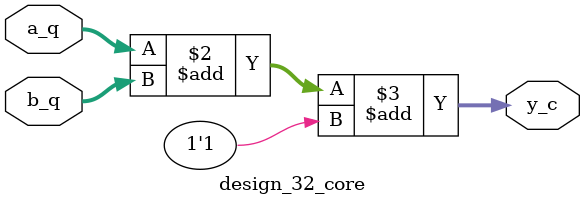
<source format=v>
module design_32_core #(
  parameter W = 12
)(
  input      [W-1:0] a_q,
  input      [W-1:0] b_q,
  output reg [W-1:0] y_c
);
  always @* begin
    y_c = a_q + b_q + 1'b1;
  end
endmodule

</source>
